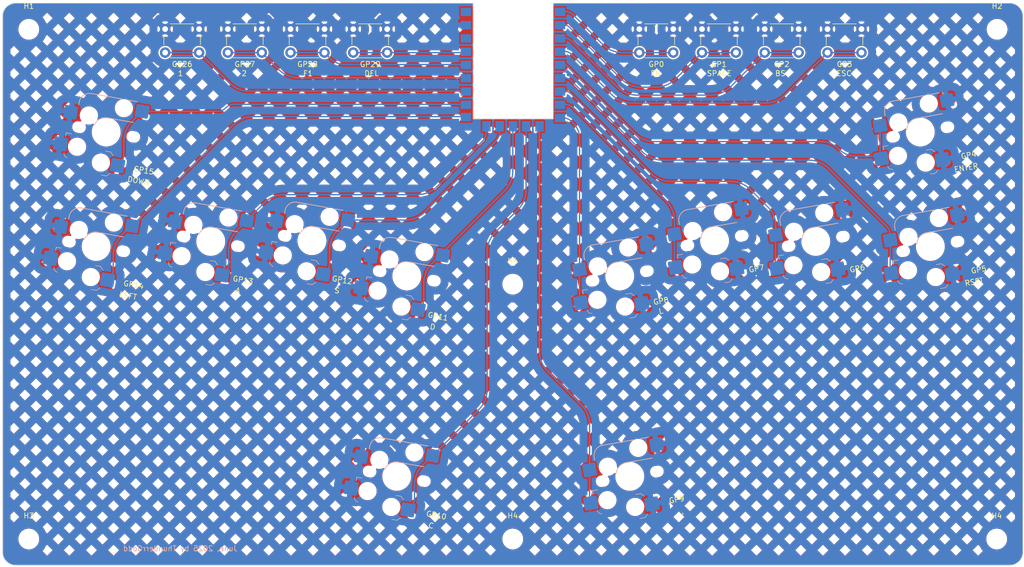
<source format=kicad_pcb>
(kicad_pcb (version 20241229) (generator "pcbnew") (generator_version "9.0")
  (title_block (title "DJMAX AND etc Controller"))
  (layers (0 "F.Cu" signal) (2 "B.Cu" signal) (13 "F.Paste" user) (15 "B.Paste" user) (5 "F.SilkS" user "F.Silkscreen") (7 "B.SilkS" user "B.Silkscreen") (1 "F.Mask" user) (3 "B.Mask" user) (25 "Edge.Cuts" user))
  (net 0 "")
  (net 1 "GND")
  (net 2 "Net-(RZ1-GP7)")
  (net 3 "Net-(RZ1-GP0)")
  (net 4 "Net-(RZ1-GP1)")
  (net 5 "Net-(RZ1-GP2)")
  (net 6 "Net-(RZ1-GP6)")
  (net 7 "Net-(RZ1-GP4)")
  (net 8 "Net-(RZ1-GP5)")
  (net 9 "Net-(RZ1-GP15)")
  (net 10 "Net-(RZ1-GP26)")
  (net 11 "Net-(RZ1-GP27)")
  (net 12 "Net-(RZ1-GP28)")
  (net 13 "Net-(RZ1-GP29)")
  (net 14 "Net-(RZ1-GP8)")
  (net 15 "Net-(RZ1-GP9)")
  (net 16 "Net-(RZ1-GP11)")
  (net 17 "Net-(RZ1-GP12)")
  (net 18 "Net-(RZ1-GP13)")
  (net 19 "Net-(RZ1-GP14)")
  (net 21 "Net-(RZ1-GP3)")
  (net 22 "Net-(RZ1-GP10)")
  (footprint "Button_Switch_Keyboard:SW_MXchocV2_HS_1.25u" (layer "F.Cu") (at 56.494389 58.99 -10)
    (property "Reference" "GP15")
    (property "Value" "SW_SPST")
  )
  (footprint "Button_Switch_THT:SW_PUSH_6mm" (layer "F.Cu") (at 86.270086 43.792822 180)
    (property "Reference" "GP27")
    (property "Value" "SW_SPST")
  )
  (footprint "MountingHole:MountingHole_3.5mm" (layer "F.Cu") (at 226.999529 39.340997)
    (property "Reference" "H2")
    (property "Value" "MountingHole")
  )
  (footprint "MountingHole:MountingHole_3.5mm" (layer "F.Cu") (at 134.298529 88.115997)
    (property "Reference" "H4")
    (property "Value" "MountingHole")
  )
  (footprint "Button_Switch_THT:SW_PUSH_6mm" (layer "F.Cu") (at 110.270086 43.792822 180)
    (property "Reference" "GP29")
    (property "Value" "SW_SPST")
  )
  (footprint "Maxcon:RP2040-Zero (1)" (layer "F.Cu") (at 134.336529 57.909797)
    (property "Reference" "RZ1" (hide yes))
    (property "Value" "RP2040-Zero")
  )
  (footprint "Button_Switch_Keyboard:SW_MXchocV2_HS_1u" (layer "F.Cu") (at 172.9255 79.787997 10)
    (property "Reference" "GP7")
    (property "Value" "SW_SPST")
  )
  (footprint "MountingHole:MountingHole_3.5mm" (layer "F.Cu") (at 41.673529 136.890997)
    (property "Reference" "H3")
    (property "Value" "MountingHole")
  )
  (footprint "Button_Switch_THT:SW_PUSH_6mm" (layer "F.Cu") (at 177.022681 43.792822 180)
    (property "Reference" "GP1")
    (property "Value" "SW_SPST")
  )
  (footprint "Button_Switch_Keyboard:SW_MXchocV2_HS_1u" (layer "F.Cu") (at 76.498911 79.926826 -10)
    (property "Reference" "GP13")
    (property "Value" "SW_SPST")
  )
  (footprint "Button_Switch_Keyboard:SW_MXchocV2_HS_1.5u" (layer "F.Cu") (at 156.698529 124.890997 10)
    (property "Reference" "GP9")
    (property "Value" "SW_SPST")
  )
  (footprint "MountingHole:MountingHole_3.5mm" (layer "F.Cu") (at 226.923529 136.890997)
    (property "Reference" "H4")
    (property "Value" "MountingHole")
  )
  (footprint "MountingHole:MountingHole_3.5mm" (layer "F.Cu") (at 134.298529 136.890997)
    (property "Reference" "H4")
    (property "Value" "MountingHole")
  )
  (footprint "Button_Switch_THT:SW_PUSH_6mm" (layer "F.Cu") (at 189.022681 43.792822 180)
    (property "Reference" "GP2")
    (property "Value" "SW_SPST")
  )
  (footprint "Button_Switch_Keyboard:SW_MXchocV2_HS_1.5u" (layer "F.Cu") (at 112.094237 124.890997 -10)
    (property "Reference" "GP10")
    (property "Value" "SW_SPST")
  )
  (footprint "Button_Switch_Keyboard:SW_MXchocV2_HS_1.25u" (layer "F.Cu") (at 214.226517 80.895476 10)
    (property "Reference" "GP5")
    (property "Value" "SW_SPST")
  )
  (footprint "Button_Switch_Keyboard:SW_MXchocV2_HS_1u" (layer "F.Cu") (at 154.772681 86.542822 10)
    (property "Reference" "GP8")
    (property "Value" "SW_SPST")
  )
  (footprint "Button_Switch_THT:SW_PUSH_6mm" (layer "F.Cu") (at 201.04553 43.792822 180)
    (property "Reference" "GP3")
    (property "Value" "SW_SPST")
  )
  (footprint "Button_Switch_Keyboard:SW_MXchocV2_HS_1u" (layer "F.Cu") (at 95.867267 79.787997 -10)
    (property "Reference" "GP12")
    (property "Value" "SW_SPST")
  )
  (footprint "Button_Switch_Keyboard:SW_MXchocV2_HS_1.25u" (layer "F.Cu") (at 54.56625 80.895476 -10)
    (property "Reference" "GP14")
    (property "Value" "SW_SPST")
  )
  (footprint "Button_Switch_Keyboard:SW_MXchocV2_HS_1u" (layer "F.Cu") (at 114.020086 86.542822 -10)
    (property "Reference" "GP11")
    (property "Value" "SW_SPST")
  )
  (footprint "Button_Switch_THT:SW_PUSH_6mm" (layer "F.Cu") (at 165.022681 43.792822 180)
    (property "Reference" "GP0")
    (property "Value" "SW_SPST")
  )
  (footprint "Button_Switch_THT:SW_PUSH_6mm" (layer "F.Cu") (at 98.270086 43.792822 180)
    (property "Reference" "GP28")
    (property "Value" "SW_SPST")
  )
  (footprint "Button_Switch_Keyboard:SW_MXchocV2_HS_1.25u" (layer "F.Cu") (at 212.298378 58.99 10)
    (property "Reference" "GP4")
    (property "Value" "SW_SPST")
  )
  (footprint "Button_Switch_Keyboard:SW_MXchocV2_HS_1u" (layer "F.Cu") (at 192.293856 79.926826 10)
    (property "Reference" "GP6")
    (property "Value" "SW_SPST")
  )
  (footprint "MountingHole:MountingHole_3.5mm" (layer "F.Cu") (at 41.673529 39.340997)
    (property "Reference" "H1")
    (property "Value" "MountingHole")
  )
  (footprint "Button_Switch_THT:SW_PUSH_6mm" (layer "F.Cu") (at 74.270086 43.792822 180)
    (property "Reference" "GP26")
    (property "Value" "SW_SPST")
  )
  (gr_line (start 39.173529 34.340997) (end 126.723529 34.348596) (stroke (width 0.1)) (layer "Edge.Cuts"))
  (gr_line (start 36.673529 36.840997) (end 36.673529 139.390997) (stroke (width 0.1)) (layer "Edge.Cuts"))
  (gr_arc (start 231.923529 139.391) (mid 231.191298 141.158777) (end 229.423529 141.891029) (stroke (width 0.1)) (layer "Edge.Cuts"))
  (gr_line (start 142.074525 34.348596) (end 142.074525 56.490997) (stroke (width 0.1)) (layer "Edge.Cuts"))
  (gr_line (start 229.423529 141.890997) (end 39.173529 141.890997) (stroke (width 0.1)) (layer "Edge.Cuts"))
  (gr_arc (start 36.673497 36.841) (mid 37.405741 35.073221) (end 39.173529 34.340997) (stroke (width 0.1)) (layer "Edge.Cuts"))
  (gr_line (start 126.723529 34.348596) (end 126.723529 56.490997) (stroke (width 0.1)) (layer "Edge.Cuts"))
  (gr_line (start 229.423529 34.340997) (end 142.074525 34.348596) (stroke (width 0.1)) (layer "Edge.Cuts"))
  (gr_line (start 231.923529 139.390997) (end 231.923529 36.840997) (stroke (width 0.1)) (layer "Edge.Cuts"))
  (gr_arc (start 229.423529 34.340997) (mid 231.191296 35.07323) (end 231.923529 36.840997) (stroke (width 0.1)) (layer "Edge.Cuts"))
  (gr_arc (start 39.173529 141.890997) (mid 37.405744 141.158774) (end 36.673503 139.390997) (stroke (width 0.1)) (layer "Edge.Cuts"))
  (gr_line (start 126.723529 56.490997) (end 142.074525 56.490997) (stroke (width 0.1)) (layer "Edge.Cuts"))
  (gr_text "LSFT" (at 60.673529 90.340997 350) (layer "F.SilkS") (effects (font (size 1 1))))
  (gr_text "A" (at 81.673529 89.340997 350) (layer "F.SilkS") (effects (font (size 1 1))))
  (gr_text "FN" (at 161.641529 47.781172 0) (layer "F.SilkS") (effects (font (size 1 1))))
  (gr_text "D" (at 118.969529 96.316997 350) (layer "F.SilkS") (effects (font (size 1 1))))
  (gr_text "F1" (at 95.093529 47.802997 0) (layer "F.SilkS") (effects (font (size 1 1))))
  (gr_text "S" (at 100.673529 89.340997 350) (layer "F.SilkS") (effects (font (size 1 1))))
  (gr_text "," (at 166.673529 131.340997 10) (layer "F.SilkS") (effects (font (size 1.5 1.5))))
  (gr_text "SPACE" (at 173.833529 47.781172 0) (layer "F.SilkS") (effects (font (size 1 1))))
  (gr_text "1" (at 70.709529 47.781171 0) (layer "F.SilkS") (effects (font (size 1 1))))
  (gr_text "C" (at 118.673529 134.340997 350) (layer "F.SilkS") (effects (font (size 1 1))))
  (gr_text "'" (at 200.249529 87.172997 10) (layer "F.SilkS") (effects (font (size 1.5 1.5))))
  (gr_text "DEL" (at 107.285529 47.781172 0) (layer "F.SilkS") (effects (font (size 1 1))))
  (gr_text "ESC" (at 197.709529 47.781172 0) (layer "F.SilkS") (effects (font (size 1 1))))
  (gr_text "L" (at 162.657529 93.268997 10) (layer "F.SilkS") (effects (font (size 1 1))))
  (gr_text "DOWN" (at 62.673529 68.340997 350) (layer "F.SilkS") (effects (font (size 1 1))))
  (gr_text "RSFT" (at 222.601529 87.680997 10) (layer "F.SilkS") (effects (font (size 1 1))))
  (gr_text "ENTER" (at 221.077529 65.836997 10) (layer "F.SilkS") (effects (font (size 1 1))))
  (gr_text "2" (at 82.901529 47.781172 0) (layer "F.SilkS") (effects (font (size 1 1))))
  (gr_text ";" (at 180.945529 86.664997 10) (layer "F.SilkS") (effects (font (size 1.5 1.5))))
  (gr_text "BS" (at 185.517529 47.781172 0) (layer "F.SilkS") (effects (font (size 1 1))))
  (gr_text "June, 2025 by ThunderrGodd" (at 81.707729 139.293797 0) (layer "B.SilkS") (effects (font (size 1 1)) (justify left bottom mirror)))
  (segment (start 165.236249 76.221492) (end 165.236249 80.90778) (width 0.25) (layer "B.Cu") (net 2))
  (segment (start 165.236249 76.221492) (end 165.236249 75.98868) (width 0.25) (layer "B.Cu") (net 2))
  (segment (start 165.346595 84.802409) (end 165.456941 84.912755) (width 0.25) (layer "B.Cu") (net 2))
  (segment (start 165.236249 84.53601) (end 165.236249 80.90778) (width 0.25) (layer "B.Cu") (net 2))
  (segment (start 145.857504 54.355972) (end 163.642456 72.140924) (width 0.25) (layer "B.Cu") (net 2))
  (segment (start 144.251629 53.690797) (end 143.310929 53.690797) (width 0.25) (layer "B.Cu") (net 2))
  (arc (start 145.857504 54.355972) (mid 145.120722 53.86367) (end 144.251629 53.690797) (width 0.25) (layer "B.Cu") (net 2))
  (arc (start 165.236249 84.53601) (mid 165.264926 84.680184) (end 165.346595 84.802409) (width 0.25) (layer "B.Cu") (net 2))
  (arc (start 163.642456 72.140924) (mid 164.822035 73.906289) (end 165.236249 75.98868) (width 0.25) (layer "B.Cu") (net 2))
  (segment (start 158.510432 43.799997) (end 155.335492 43.799997) (width 0.25) (layer "B.Cu") (net 3))
  (segment (start 144.251629 35.910797) (end 143.310929 35.910797) (width 0.25) (layer "B.Cu") (net 3))
  (segment (start 158.522681 43.792822) (end 165.022681 43.792822) (width 0.25) (layer "B.Cu") (net 3))
  (segment (start 151.487736 42.206204) (end 145.857504 36.575972) (width 0.25) (layer "B.Cu") (net 3))
  (segment (start 158.519093 43.796409) (end 158.522681 43.792822) (width 0.25) (layer "B.Cu") (net 3))
  (arc (start 151.487736 42.206204) (mid 153.253101 43.385783) (end 155.335492 43.799997) (width 0.25) (layer "B.Cu") (net 3))
  (arc (start 158.519093 43.796409) (mid 158.515119 43.799064) (end 158.510432 43.799997) (width 0.25) (layer "B.Cu") (net 3))
  (arc (start 145.857504 36.575972) (mid 145.120722 36.08367) (end 144.251629 35.910797) (width 0.25) (layer "B.Cu") (net 3))
  (segment (start 165.505298 48.810204) (end 170.522681 43.792822) (width 0.25) (layer "B.Cu") (net 4))
  (segment (start 161.657542 50.403997) (end 158.891492 50.403997) (width 0.25) (layer "B.Cu") (net 4))
  (segment (start 143.997629 38.450797) (end 143.310929 38.450797) (width 0.25) (layer "B.Cu") (net 4))
  (segment (start 170.522681 43.792822) (end 177.022681 43.792822) (width 0.25) (layer "B.Cu") (net 4))
  (segment (start 145.169899 38.936367) (end 155.043736 48.810204) (width 0.25) (layer "B.Cu") (net 4))
  (arc (start 155.043736 48.810204) (mid 156.809101 49.989783) (end 158.891492 50.403997) (width 0.25) (layer "B.Cu") (net 4))
  (arc (start 165.505298 48.810204) (mid 163.739932 49.989783) (end 161.657542 50.403997) (width 0.25) (layer "B.Cu") (net 4))
  (arc (start 145.169899 38.936367) (mid 144.632057 38.576992) (end 143.997629 38.450797) (width 0.25) (layer "B.Cu") (net 4))
  (segment (start 158.129492 51.927997) (end 172.133542 51.927997) (width 0.25) (layer "B.Cu") (net 5))
  (segment (start 175.981298 50.334204) (end 182.522681 43.792822) (width 0.25) (layer "B.Cu") (net 5))
  (segment (start 144.124629 40.990797) (end 143.310929 40.990797) (width 0.25) (layer "B.Cu") (net 5))
  (segment (start 182.522681 43.792822) (end 189.022681 43.792822) (width 0.25) (layer "B.Cu") (net 5))
  (segment (start 154.281736 50.334204) (end 145.513701 41.566169) (width 0.25) (layer "B.Cu") (net 5))
  (arc (start 175.981298 50.334204) (mid 174.215932 51.513783) (end 172.133542 51.927997) (width 0.25) (layer "B.Cu") (net 5))
  (arc (start 154.281736 50.334204) (mid 156.047101 51.513783) (end 158.129492 51.927997) (width 0.25) (layer "B.Cu") (net 5))
  (arc (start 145.513701 41.566169) (mid 144.876389 41.140331) (end 144.124629 40.990797) (width 0.25) (layer "B.Cu") (net 5))
  (segment (start 179.821321 70.031789) (end 183.22985 73.440318) (width 0.25) (layer "B.Cu") (net 6))
  (segment (start 184.714951 84.941238) (end 184.825297 85.051584) (width 0.25) (layer "B.Cu") (net 6))
  (segment (start 184.604605 76.759269) (end 184.604605 80.647661) (width 0.25) (layer "B.Cu") (net 6))
  (segment (start 145.513701 51.726169) (end 160.631736 66.844204) (width 0.25) (layer "B.Cu") (net 6))
  (segment (start 175.973565 68.437997) (end 164.479492 68.437997) (width 0.25) (layer "B.Cu") (net 6))
  (segment (start 184.604605 84.674839) (end 184.604605 80.647661) (width 0.25) (layer "B.Cu") (net 6))
  (segment (start 144.124629 51.150797) (end 143.310929 51.150797) (width 0.25) (layer "B.Cu") (net 6))
  (arc (start 183.22985 73.440318) (mid 184.247317 74.963065) (end 184.604605 76.759269) (width 0.25) (layer "B.Cu") (net 6))
  (arc (start 179.821321 70.031789) (mid 178.055955 68.85221) (end 175.973565 68.437997) (width 0.25) (layer "B.Cu") (net 6))
  (arc (start 184.604605 84.674839) (mid 184.633282 84.819013) (end 184.714951 84.941238) (width 0.25) (layer "B.Cu") (net 6))
  (arc (start 160.631736 66.844204) (mid 162.397101 68.023783) (end 164.479492 68.437997) (width 0.25) (layer "B.Cu") (net 6))
  (arc (start 145.513701 51.726169) (mid 144.876389 51.300331) (end 144.124629 51.150797) (width 0.25) (layer "B.Cu") (net 6))
  (segment (start 204.765807 64.050746) (end 204.578438 63.863377) (width 0.25) (layer "B.Cu") (net 7))
  (segment (start 144.826096 46.466564) (end 157.583736 59.224204) (width 0.25) (layer "B.Cu") (net 7))
  (segment (start 203.971552 63.611997) (end 200.015185 63.611997) (width 0.25) (layer "B.Cu") (net 7))
  (segment (start 204.609127 63.556962) (end 204.609127 57.766639) (width 0.25) (layer "B.Cu") (net 7))
  (segment (start 204.765807 63.869695) (end 204.719473 63.823361) (width 0.25) (layer "B.Cu") (net 7))
  (segment (start 143.870629 46.070797) (end 143.310929 46.070797) (width 0.25) (layer "B.Cu") (net 7))
  (segment (start 193.269872 60.817997) (end 161.431492 60.817997) (width 0.25) (layer "B.Cu") (net 7))
  (arc (start 196.642529 62.214997) (mid 195.09514 61.181065) (end 193.269872 60.817997) (width 0.25) (layer "B.Cu") (net 7))
  (arc (start 204.765807 64.050746) (mid 204.806671 64.058874) (end 204.829819 64.024232) (width 0.25) (layer "B.Cu") (net 7))
  (arc (start 204.765807 63.869695) (mid 204.813182 63.940597) (end 204.829819 64.024232) (width 0.25) (layer "B.Cu") (net 7))
  (arc (start 144.826096 46.466564) (mid 144.387724 46.173653) (end 143.870629 46.070797) (width 0.25) (layer "B.Cu") (net 7))
  (arc (start 204.609127 63.556962) (mid 204.637804 63.701136) (end 204.719473 63.823361) (width 0.25) (layer "B.Cu") (net 7))
  (arc (start 196.642529 62.214997) (mid 198.189916 63.248928) (end 200.015185 63.611997) (width 0.25) (layer "B.Cu") (net 7))
  (arc (start 204.578438 63.863377) (mid 204.299996 63.677328) (end 203.971552 63.611997) (width 0.25) (layer "B.Cu") (net 7))
  (arc (start 157.583736 59.224204) (mid 159.349101 60.403783) (end 161.431492 60.817997) (width 0.25) (layer "B.Cu") (net 7))
  (segment (start 206.537266 79.672115) (end 206.537266 85.799542) (width 0.25) (layer "B.Cu") (net 8))
  (segment (start 205.839216 76.999684) (end 194.807321 65.967789) (width 0.25) (layer "B.Cu") (net 8))
  (segment (start 144.124629 48.610797) (end 143.310929 48.610797) (width 0.25) (layer "B.Cu") (net 8))
  (segment (start 206.537266 78.684924) (end 206.537266 79.672115) (width 0.25) (layer "B.Cu") (net 8))
  (segment (start 159.107736 62.780204) (end 145.513701 49.186169) (width 0.25) (layer "B.Cu") (net 8))
  (segment (start 206.537266 85.799542) (end 206.757958 86.020234) (width 0.25) (layer "B.Cu") (net 8))
  (segment (start 190.959565 64.373997) (end 162.955492 64.373997) (width 0.25) (layer "B.Cu") (net 8))
  (arc (start 205.839216 76.999684) (mid 206.355848 77.772879) (end 206.537266 78.684924) (width 0.25) (layer "B.Cu") (net 8))
  (arc (start 145.513701 49.186169) (mid 144.876389 48.760331) (end 144.124629 48.610797) (width 0.25) (layer "B.Cu") (net 8))
  (arc (start 159.107736 62.780204) (mid 160.873101 63.959783) (end 162.955492 64.373997) (width 0.25) (layer "B.Cu") (net 8))
  (arc (start 194.807321 65.967789) (mid 193.041955 64.78821) (end 190.959565 64.373997) (width 0.25) (layer "B.Cu") (net 8))
  (segment (start 81.002851 53.690797) (end 125.310929 53.690797) (width 0.25) (layer "B.Cu") (net 9))
  (segment (start 59.863529 60.78596) (end 59.863529 63.353222) (width 0.25) (layer "B.Cu") (net 9))
  (segment (start 63.385585 55.044694) (end 77.734255 55.044694) (width 0.25) (layer "B.Cu") (net 9))
  (segment (start 63.385585 55.044694) (end 63.362416 55.044694) (width 0.25) (layer "B.Cu") (net 9))
  (segment (start 61.457321 56.938203) (end 63.34264 55.052885) (width 0.25) (layer "B.Cu") (net 9))
  (segment (start 59.260206 64.809771) (end 58.656884 65.413094) (width 0.25) (layer "B.Cu") (net 9))
  (arc (start 81.002851 53.690797) (mid 80.118375 53.86673) (end 79.368553 54.367745) (width 0.25) (layer "B.Cu") (net 9))
  (arc (start 63.362416 55.044694) (mid 63.351713 55.046822) (end 63.34264 55.052885) (width 0.25) (layer "B.Cu") (net 9))
  (arc (start 79.368553 54.367745) (mid 78.61873 54.86876) (end 77.734255 55.044694) (width 0.25) (layer "B.Cu") (net 9))
  (arc (start 59.863529 63.353222) (mid 59.70673 64.1415) (end 59.260206 64.809771) (width 0.25) (layer "B.Cu") (net 9))
  (arc (start 61.457321 56.938203) (mid 60.277742 58.703569) (end 59.863529 60.78596) (width 0.25) (layer "B.Cu") (net 9))
  (segment (start 83.882024 51.150797) (end 125.310929 51.150797) (width 0.25) (layer "B.Cu") (net 10))
  (segment (start 74.270086 43.792822) (end 67.770086 43.792822) (width 0.25) (layer "B.Cu") (net 10))
  (segment (start 80.034268 49.557004) (end 74.270086 43.792822) (width 0.25) (layer "B.Cu") (net 10))
  (arc (start 80.034268 49.557004) (mid 81.799633 50.736583) (end 83.882024 51.150797) (width 0.25) (layer "B.Cu") (net 10))
  (segment (start 93.342024 48.610797) (end 125.310929 48.610797) (width 0.25) (layer "B.Cu") (net 11))
  (segment (start 86.270086 43.792822) (end 79.770086 43.792822) (width 0.25) (layer "B.Cu") (net 11))
  (segment (start 89.494268 47.017004) (end 86.270086 43.792822) (width 0.25) (layer "B.Cu") (net 11))
  (arc (start 89.494268 47.017004) (mid 91.259633 48.196583) (end 93.342024 48.610797) (width 0.25) (layer "B.Cu") (net 11))
  (segment (start 99.409073 44.931809) (end 98.270086 43.792822) (width 0.25) (layer "B.Cu") (net 12))
  (segment (start 98.270086 43.792822) (end 91.770086 43.792822) (width 0.25) (layer "B.Cu") (net 12))
  (segment (start 102.158832 46.070797) (end 125.310929 46.070797) (width 0.25) (layer "B.Cu") (net 12))
  (arc (start 99.409073 44.931809) (mid 100.670673 45.774783) (end 102.158832 46.070797) (width 0.25) (layer "B.Cu") (net 12))
  (segment (start 110.270086 43.792822) (end 103.770086 43.792822) (width 0.25) (layer "B.Cu") (net 13))
  (segment (start 125.179916 43.661809) (end 125.310929 43.530797) (width 0.25) (layer "B.Cu") (net 13))
  (segment (start 124.863624 43.792822) (end 110.270086 43.792822) (width 0.25) (layer "B.Cu") (net 13))
  (arc (start 125.179916 43.661809) (mid 125.0348 43.758772) (end 124.863624 43.792822) (width 0.25) (layer "B.Cu") (net 13))
  (segment (start 145.398532 56.8584) (end 145.971679 57.431547) (width 0.25) (layer "B.Cu") (net 14))
  (segment (start 147.08343 60.11555) (end 147.08343 85.319461) (width 0.25) (layer "B.Cu") (net 14))
  (segment (start 147.08343 91.446888) (end 147.304122 91.66758) (width 0.25) (layer "B.Cu") (net 14))
  (segment (start 147.08343 85.319461) (end 147.08343 91.446888) (width 0.25) (layer "B.Cu") (net 14))
  (segment (start 144.098229 56.319797) (end 143.336529 56.319797) (width 0.25) (layer "B.Cu") (net 14))
  (arc (start 145.398532 56.8584) (mid 144.801947 56.459775) (end 144.098229 56.319797) (width 0.25) (layer "B.Cu") (net 14))
  (arc (start 145.971679 57.431547) (mid 146.794495 58.662978) (end 147.08343 60.11555) (width 0.25) (layer "B.Cu") (net 14))
  (segment (start 139.390929 100.919329) (end 139.390929 57.820797) (width 0.25) (layer "B.Cu") (net 15))
  (segment (start 149.009278 121.324492) (end 149.009278 126.01078) (width 0.25) (layer "B.Cu") (net 15))
  (segment (start 149.009278 129.63901) (end 149.009278 126.01078) (width 0.25) (layer "B.Cu") (net 15))
  (segment (start 149.119624 129.905409) (end 149.22997 130.015755) (width 0.25) (layer "B.Cu") (net 15))
  (segment (start 147.415485 111.197849) (end 140.984721 104.767085) (width 0.25) (layer "B.Cu") (net 15))
  (segment (start 149.009278 115.045605) (end 149.009278 121.324492) (width 0.25) (layer "B.Cu") (net 15))
  (arc (start 147.415485 111.197849) (mid 148.595064 112.963214) (end 149.009278 115.045605) (width 0.25) (layer "B.Cu") (net 15))
  (arc (start 149.009278 129.63901) (mid 149.037955 129.783184) (end 149.119624 129.905409) (width 0.25) (layer "B.Cu") (net 15))
  (arc (start 139.390929 100.919329) (mid 139.805142 103.001719) (end 140.984721 104.767085) (width 0.25) (layer "B.Cu") (net 15))
  (segment (start 116.725055 92.423442) (end 116.182581 92.965916) (width 0.25) (layer "B.Cu") (net 16))
  (segment (start 117.267529 91.113793) (end 117.267529 87.910853) (width 0.25) (layer "B.Cu") (net 16))
  (segment (start 120.196272 82.781253) (end 118.823769 84.153756) (width 0.25) (layer "B.Cu") (net 16))
  (segment (start 134.310929 66.412633) (end 134.310929 57.820797) (width 0.25) (layer "B.Cu") (net 16))
  (segment (start 132.717136 70.260389) (end 121.083435 81.89409) (width 0.25) (layer "B.Cu") (net 16))
  (arc (start 120.899698 82.337672) (mid 120.823591 82.521409) (end 120.639854 82.597516) (width 0.25) (layer "B.Cu") (net 16))
  (arc (start 121.083435 81.89409) (mid 120.947449 82.097607) (end 120.899698 82.337672) (width 0.25) (layer "B.Cu") (net 16))
  (arc (start 117.267529 91.113793) (mid 117.126544 91.82257) (end 116.725055 92.423442) (width 0.25) (layer "B.Cu") (net 16))
  (arc (start 134.310929 66.412633) (mid 133.896715 68.495023) (end 132.717136 70.260389) (width 0.25) (layer "B.Cu") (net 16))
  (arc (start 120.639854 82.597516) (mid 120.399789 82.645267) (end 120.196272 82.781253) (width 0.25) (layer "B.Cu") (net 16))
  (arc (start 118.823769 84.153756) (mid 117.671982 85.877526) (end 117.267529 87.910853) (width 0.25) (layer "B.Cu") (net 16))
  (segment (start 131.770929 58.925697) (end 131.770929 57.820797) (width 0.25) (layer "B.Cu") (net 17))
  (segment (start 102.74548 75.848045) (end 100.827321 77.766204) (width 0.25) (layer "B.Cu") (net 17))
  (segment (start 113.704871 75.842691) (end 102.748857 75.842691) (width 0.25) (layer "B.Cu") (net 17))
  (segment (start 98.631645 85.609207) (end 98.029762 86.211091) (width 0.25) (layer "B.Cu") (net 17))
  (segment (start 117.552627 74.248898) (end 130.989646 60.811879) (width 0.25) (layer "B.Cu") (net 17))
  (segment (start 99.233529 81.61396) (end 99.233529 84.156132) (width 0.25) (layer "B.Cu") (net 17))
  (arc (start 100.827321 77.766204) (mid 99.647742 79.531569) (end 99.233529 81.61396) (width 0.25) (layer "B.Cu") (net 17))
  (arc (start 102.748857 75.842691) (mid 102.747458 75.84327) (end 102.746879 75.844669) (width 0.25) (layer "B.Cu") (net 17))
  (arc (start 131.770929 58.925697) (mid 131.56788 59.946491) (end 130.989646 60.811879) (width 0.25) (layer "B.Cu") (net 17))
  (arc (start 102.746879 75.844669) (mid 102.746515 75.846496) (end 102.74548 75.848045) (width 0.25) (layer "B.Cu") (net 17))
  (arc (start 117.552627 74.248898) (mid 115.787261 75.428477) (end 113.704871 75.842691) (width 0.25) (layer "B.Cu") (net 17))
  (arc (start 99.233529 84.156132) (mid 99.077104 84.94253) (end 98.631645 85.609207) (width 0.25) (layer "B.Cu") (net 17))
  (segment (start 129.230929 58.925697) (end 129.230929 57.820797) (width 0.25) (layer "B.Cu") (net 18))
  (segment (start 83.403454 75.886071) (end 86.717736 72.571789) (width 0.25) (layer "B.Cu") (net 18))
  (segment (start 79.929529 81.684477) (end 79.929529 84.185098) (width 0.25) (layer "B.Cu") (net 18))
  (segment (start 81.523321 77.83672) (end 83.353591 76.006451) (width 0.25) (layer "B.Cu") (net 18))
  (segment (start 90.565492 70.977997) (end 116.029565 70.977997) (width 0.25) (layer "B.Cu") (net 18))
  (segment (start 79.295467 85.715858) (end 78.661406 86.34992) (width 0.25) (layer "B.Cu") (net 18))
  (segment (start 128.449646 60.811879) (end 119.877321 69.384204) (width 0.25) (layer "B.Cu") (net 18))
  (arc (start 83.403454 75.886071) (mid 83.385002 75.913686) (end 83.378523 75.946261) (width 0.25) (layer "B.Cu") (net 18))
  (arc (start 119.877321 69.384204) (mid 118.111955 70.563783) (end 116.029565 70.977997) (width 0.25) (layer "B.Cu") (net 18))
  (arc (start 90.565492 70.977997) (mid 88.483101 71.39221) (end 86.717736 72.571789) (width 0.25) (layer "B.Cu") (net 18))
  (arc (start 81.523321 77.83672) (mid 80.343742 79.602086) (end 79.929529 81.684477) (width 0.25) (layer "B.Cu") (net 18))
  (arc (start 129.230929 58.925697) (mid 129.02788 59.946491) (end 128.449646 60.811879) (width 0.25) (layer "B.Cu") (net 18))
  (arc (start 83.378523 75.946261) (mid 83.372043 75.978835) (end 83.353591 76.006451) (width 0.25) (layer "B.Cu") (net 18))
  (arc (start 79.929529 84.185098) (mid 79.764741 85.013539) (end 79.295467 85.715858) (width 0.25) (layer "B.Cu") (net 18))
  (segment (start 84.607198 56.042797) (end 125.310929 56.042797) (width 0.25) (layer "B.Cu") (net 19))
  (segment (start 57.280137 86.767178) (end 56.728745 87.31857) (width 0.25) (layer "B.Cu") (net 19))
  (segment (start 59.425321 78.782203) (end 61.190709 77.016816) (width 0.25) (layer "B.Cu") (net 19))
  (segment (start 57.831529 82.62996) (end 57.831529 85.435999) (width 0.25) (layer "B.Cu") (net 19))
  (segment (start 61.512508 76.883523) (end 80.759442 57.636589) (width 0.25) (layer "B.Cu") (net 19))
  (arc (start 84.607198 56.042797) (mid 82.524807 56.45701) (end 80.759442 57.636589) (width 0.25) (layer "B.Cu") (net 19))
  (arc (start 59.425321 78.782203) (mid 58.245742 80.547569) (end 57.831529 82.62996) (width 0.25) (layer "B.Cu") (net 19))
  (arc (start 61.351609 76.95017) (mid 61.26453 76.96749) (end 61.190709 77.016816) (width 0.25) (layer "B.Cu") (net 19))
  (arc (start 61.512508 76.883523) (mid 61.438687 76.932849) (end 61.351609 76.95017) (width 0.25) (layer "B.Cu") (net 19))
  (arc (start 57.831529 85.435999) (mid 57.688226 86.156428) (end 57.280137 86.767178) (width 0.25) (layer "B.Cu") (net 19))
  (segment (start 186.480147 51.858204) (end 194.54553 43.792822) (width 0.25) (layer "B.Cu") (net 21))
  (segment (start 144.124629 43.530797) (end 143.310929 43.530797) (width 0.25) (layer "B.Cu") (net 21))
  (segment (start 194.54553 43.792822) (end 201.04553 43.792822) (width 0.25) (layer "B.Cu") (net 21))
  (segment (start 182.632391 53.451997) (end 157.113492 53.451997) (width 0.25) (layer "B.Cu") (net 21))
  (segment (start 145.513701 44.106169) (end 153.265736 51.858204) (width 0.25) (layer "B.Cu") (net 21))
  (arc (start 153.265736 51.858204) (mid 155.031101 53.037783) (end 157.113492 53.451997) (width 0.25) (layer "B.Cu") (net 21))
  (arc (start 145.513701 44.106169) (mid 144.876389 43.680331) (end 144.124629 43.530797) (width 0.25) (layer "B.Cu") (net 21))
  (arc (start 186.480147 51.858204) (mid 184.714781 53.037783) (end 182.632391 53.451997) (width 0.25) (layer "B.Cu") (net 21))
  (segment (start 118.822232 120.985293) (end 117.083321 122.724203) (width 0.25) (layer "B.Cu") (net 22))
  (segment (start 119.013451 120.906088) (end 127.799943 112.119596) (width 0.25) (layer "B.Cu") (net 22))
  (segment (start 135.257136 73.882589) (end 130.987528 78.152197) (width 0.25) (layer "B.Cu") (net 22))
  (segment (start 136.850929 70.034833) (end 136.850929 57.820797) (width 0.25) (layer "B.Cu") (net 22))
  (segment (start 129.393736 81.999953) (end 129.393736 108.27184) (width 0.25) (layer "B.Cu") (net 22))
  (segment (start 115.489529 126.57196) (end 115.489529 129.209574) (width 0.25) (layer "B.Cu") (net 22))
  (segment (start 114.87313 130.697692) (end 114.256732 131.314091) (width 0.25) (layer "B.Cu") (net 22))
  (arc (start 117.083321 122.724203) (mid 115.903742 124.489569) (end 115.489529 126.57196) (width 0.25) (layer "B.Cu") (net 22))
  (arc (start 114.87313 130.697692) (mid 115.329332 130.014937) (end 115.489529 129.209574) (width 0.25) (layer "B.Cu") (net 22))
  (arc (start 118.822232 120.985293) (mid 118.866098 120.955983) (end 118.917842 120.945691) (width 0.25) (layer "B.Cu") (net 22))
  (arc (start 119.013451 120.906088) (mid 118.969585 120.935398) (end 118.917842 120.945691) (width 0.25) (layer "B.Cu") (net 22))
  (arc (start 136.850929 70.034833) (mid 136.436715 72.117223) (end 135.257136 73.882589) (width 0.25) (layer "B.Cu") (net 22))
  (arc (start 129.393736 108.27184) (mid 128.979522 110.35423) (end 127.799943 112.119596) (width 0.25) (layer "B.Cu") (net 22))
  (arc (start 130.987528 78.152197) (mid 129.807949 79.917562) (end 129.393736 81.999953) (width 0.25) (layer "B.Cu") (net 22))
  (zone (net 1) (net_name "GND") (layers "F.Cu" "B.Cu") (connect_pads (clearance 0.3)) (min_thickness 0.25) (fill yes (mode hatch) (thermal_gap 0.5) (thermal_bridge_width 1) (hatch_thickness 1.5) (hatch_gap 1.5) (hatch_orientation 45) (hatch_border_algorithm hatch_thickness) (hatch_min_hole_area 0.3))
    (polygon (pts (xy 36.163529 33.725997) (xy 36.163529 142.225997) (xy 232.163529 142.225997) (xy 232.163529 33.725997)))
  )
)
</source>
